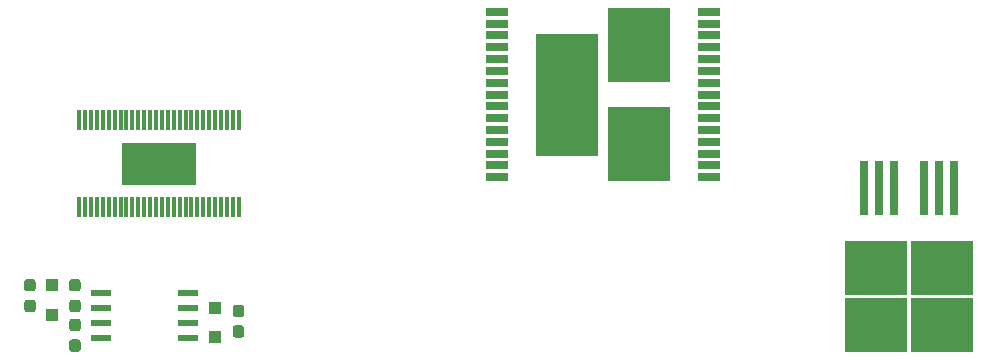
<source format=gbr>
G04 #@! TF.GenerationSoftware,KiCad,Pcbnew,(5.1.2)-1*
G04 #@! TF.CreationDate,2019-07-26T16:38:25-05:00*
G04 #@! TF.ProjectId,Austin_Christman_BIZ_Card,41757374-696e-45f4-9368-726973746d61,rev?*
G04 #@! TF.SameCoordinates,Original*
G04 #@! TF.FileFunction,Paste,Top*
G04 #@! TF.FilePolarity,Positive*
%FSLAX46Y46*%
G04 Gerber Fmt 4.6, Leading zero omitted, Abs format (unit mm)*
G04 Created by KiCad (PCBNEW (5.1.2)-1) date 2019-07-26 16:38:25*
%MOMM*%
%LPD*%
G04 APERTURE LIST*
%ADD10R,5.257800X6.223000*%
%ADD11R,5.257800X10.312400*%
%ADD12R,1.854200X0.635000*%
%ADD13R,6.350000X3.610000*%
%ADD14R,0.304800X1.676400*%
%ADD15R,0.800000X4.600000*%
%ADD16R,5.250000X4.550000*%
%ADD17R,1.000000X1.000000*%
%ADD18C,0.100000*%
%ADD19C,0.950000*%
%ADD20R,1.750000X0.550000*%
G04 APERTURE END LIST*
D10*
X160274000Y-104749600D03*
D11*
X154178000Y-100584000D03*
D10*
X160274000Y-96418400D03*
D12*
X166230300Y-93583999D03*
X166230300Y-94583999D03*
X166230300Y-95584000D03*
X166230300Y-96584000D03*
X166230300Y-97584001D03*
X166230300Y-98583999D03*
X166230300Y-99583999D03*
X166230300Y-100584000D03*
X166230300Y-101584001D03*
X166230300Y-102584001D03*
X166230300Y-103583999D03*
X166230300Y-104584000D03*
X166230300Y-105584000D03*
X166230300Y-106584001D03*
X166230300Y-107583999D03*
X148221700Y-107584001D03*
X148221700Y-106584001D03*
X148221700Y-105584000D03*
X148221700Y-104584000D03*
X148221700Y-103583999D03*
X148221700Y-102584001D03*
X148221700Y-101584001D03*
X148221700Y-100584000D03*
X148221700Y-99583999D03*
X148221700Y-98583999D03*
X148221700Y-97584001D03*
X148221700Y-96584000D03*
X148221700Y-95584000D03*
X148221700Y-94583999D03*
X148221700Y-93584001D03*
D13*
X119634000Y-106426000D03*
D14*
X112884014Y-102755700D03*
X113384012Y-102755700D03*
X113884012Y-102755700D03*
X114384010Y-102755700D03*
X114884010Y-102755700D03*
X115384009Y-102755700D03*
X115884008Y-102755700D03*
X116384006Y-102755700D03*
X116884006Y-102755700D03*
X117384004Y-102755700D03*
X117884004Y-102755700D03*
X118384003Y-102755700D03*
X118884002Y-102755700D03*
X119384000Y-102755700D03*
X119884000Y-102755700D03*
X120383998Y-102755700D03*
X120883997Y-102755700D03*
X121383996Y-102755700D03*
X121883996Y-102755700D03*
X122383994Y-102755700D03*
X122883994Y-102755700D03*
X123383992Y-102755700D03*
X123883991Y-102755700D03*
X124383990Y-102755700D03*
X124883990Y-102755700D03*
X125383988Y-102755700D03*
X125883988Y-102755700D03*
X126383986Y-102755700D03*
X126383986Y-110096300D03*
X125883988Y-110096300D03*
X125383988Y-110096300D03*
X124883990Y-110096300D03*
X124383990Y-110096300D03*
X123883991Y-110096300D03*
X123383992Y-110096300D03*
X122883994Y-110096300D03*
X122383994Y-110096300D03*
X121883996Y-110096300D03*
X121383996Y-110096300D03*
X120883997Y-110096300D03*
X120383998Y-110096300D03*
X119884000Y-110096300D03*
X119384000Y-110096300D03*
X118884002Y-110096300D03*
X118384003Y-110096300D03*
X117884004Y-110096300D03*
X117384004Y-110096300D03*
X116884006Y-110096300D03*
X116384006Y-110096300D03*
X115884008Y-110096300D03*
X115384009Y-110096300D03*
X114884010Y-110096300D03*
X114384010Y-110096300D03*
X113884012Y-110096300D03*
X113384012Y-110096300D03*
X112884014Y-110096300D03*
D15*
X186944000Y-108525000D03*
X185674000Y-108525000D03*
X184404000Y-108525000D03*
X181864000Y-108525000D03*
X180594000Y-108525000D03*
X179324000Y-108525000D03*
D16*
X180359000Y-120100000D03*
X185909000Y-115250000D03*
X185909000Y-120100000D03*
X180359000Y-115250000D03*
D17*
X110617000Y-116713000D03*
X110617000Y-119213000D03*
X124396500Y-118618000D03*
X124396500Y-121118000D03*
D18*
G36*
X108972779Y-116203144D02*
G01*
X108995834Y-116206563D01*
X109018443Y-116212227D01*
X109040387Y-116220079D01*
X109061457Y-116230044D01*
X109081448Y-116242026D01*
X109100168Y-116255910D01*
X109117438Y-116271562D01*
X109133090Y-116288832D01*
X109146974Y-116307552D01*
X109158956Y-116327543D01*
X109168921Y-116348613D01*
X109176773Y-116370557D01*
X109182437Y-116393166D01*
X109185856Y-116416221D01*
X109187000Y-116439500D01*
X109187000Y-117014500D01*
X109185856Y-117037779D01*
X109182437Y-117060834D01*
X109176773Y-117083443D01*
X109168921Y-117105387D01*
X109158956Y-117126457D01*
X109146974Y-117146448D01*
X109133090Y-117165168D01*
X109117438Y-117182438D01*
X109100168Y-117198090D01*
X109081448Y-117211974D01*
X109061457Y-117223956D01*
X109040387Y-117233921D01*
X109018443Y-117241773D01*
X108995834Y-117247437D01*
X108972779Y-117250856D01*
X108949500Y-117252000D01*
X108474500Y-117252000D01*
X108451221Y-117250856D01*
X108428166Y-117247437D01*
X108405557Y-117241773D01*
X108383613Y-117233921D01*
X108362543Y-117223956D01*
X108342552Y-117211974D01*
X108323832Y-117198090D01*
X108306562Y-117182438D01*
X108290910Y-117165168D01*
X108277026Y-117146448D01*
X108265044Y-117126457D01*
X108255079Y-117105387D01*
X108247227Y-117083443D01*
X108241563Y-117060834D01*
X108238144Y-117037779D01*
X108237000Y-117014500D01*
X108237000Y-116439500D01*
X108238144Y-116416221D01*
X108241563Y-116393166D01*
X108247227Y-116370557D01*
X108255079Y-116348613D01*
X108265044Y-116327543D01*
X108277026Y-116307552D01*
X108290910Y-116288832D01*
X108306562Y-116271562D01*
X108323832Y-116255910D01*
X108342552Y-116242026D01*
X108362543Y-116230044D01*
X108383613Y-116220079D01*
X108405557Y-116212227D01*
X108428166Y-116206563D01*
X108451221Y-116203144D01*
X108474500Y-116202000D01*
X108949500Y-116202000D01*
X108972779Y-116203144D01*
X108972779Y-116203144D01*
G37*
D19*
X108712000Y-116727000D03*
D18*
G36*
X108972779Y-117953144D02*
G01*
X108995834Y-117956563D01*
X109018443Y-117962227D01*
X109040387Y-117970079D01*
X109061457Y-117980044D01*
X109081448Y-117992026D01*
X109100168Y-118005910D01*
X109117438Y-118021562D01*
X109133090Y-118038832D01*
X109146974Y-118057552D01*
X109158956Y-118077543D01*
X109168921Y-118098613D01*
X109176773Y-118120557D01*
X109182437Y-118143166D01*
X109185856Y-118166221D01*
X109187000Y-118189500D01*
X109187000Y-118764500D01*
X109185856Y-118787779D01*
X109182437Y-118810834D01*
X109176773Y-118833443D01*
X109168921Y-118855387D01*
X109158956Y-118876457D01*
X109146974Y-118896448D01*
X109133090Y-118915168D01*
X109117438Y-118932438D01*
X109100168Y-118948090D01*
X109081448Y-118961974D01*
X109061457Y-118973956D01*
X109040387Y-118983921D01*
X109018443Y-118991773D01*
X108995834Y-118997437D01*
X108972779Y-119000856D01*
X108949500Y-119002000D01*
X108474500Y-119002000D01*
X108451221Y-119000856D01*
X108428166Y-118997437D01*
X108405557Y-118991773D01*
X108383613Y-118983921D01*
X108362543Y-118973956D01*
X108342552Y-118961974D01*
X108323832Y-118948090D01*
X108306562Y-118932438D01*
X108290910Y-118915168D01*
X108277026Y-118896448D01*
X108265044Y-118876457D01*
X108255079Y-118855387D01*
X108247227Y-118833443D01*
X108241563Y-118810834D01*
X108238144Y-118787779D01*
X108237000Y-118764500D01*
X108237000Y-118189500D01*
X108238144Y-118166221D01*
X108241563Y-118143166D01*
X108247227Y-118120557D01*
X108255079Y-118098613D01*
X108265044Y-118077543D01*
X108277026Y-118057552D01*
X108290910Y-118038832D01*
X108306562Y-118021562D01*
X108323832Y-118005910D01*
X108342552Y-117992026D01*
X108362543Y-117980044D01*
X108383613Y-117970079D01*
X108405557Y-117962227D01*
X108428166Y-117956563D01*
X108451221Y-117953144D01*
X108474500Y-117952000D01*
X108949500Y-117952000D01*
X108972779Y-117953144D01*
X108972779Y-117953144D01*
G37*
D19*
X108712000Y-118477000D03*
D18*
G36*
X112782779Y-116203144D02*
G01*
X112805834Y-116206563D01*
X112828443Y-116212227D01*
X112850387Y-116220079D01*
X112871457Y-116230044D01*
X112891448Y-116242026D01*
X112910168Y-116255910D01*
X112927438Y-116271562D01*
X112943090Y-116288832D01*
X112956974Y-116307552D01*
X112968956Y-116327543D01*
X112978921Y-116348613D01*
X112986773Y-116370557D01*
X112992437Y-116393166D01*
X112995856Y-116416221D01*
X112997000Y-116439500D01*
X112997000Y-117014500D01*
X112995856Y-117037779D01*
X112992437Y-117060834D01*
X112986773Y-117083443D01*
X112978921Y-117105387D01*
X112968956Y-117126457D01*
X112956974Y-117146448D01*
X112943090Y-117165168D01*
X112927438Y-117182438D01*
X112910168Y-117198090D01*
X112891448Y-117211974D01*
X112871457Y-117223956D01*
X112850387Y-117233921D01*
X112828443Y-117241773D01*
X112805834Y-117247437D01*
X112782779Y-117250856D01*
X112759500Y-117252000D01*
X112284500Y-117252000D01*
X112261221Y-117250856D01*
X112238166Y-117247437D01*
X112215557Y-117241773D01*
X112193613Y-117233921D01*
X112172543Y-117223956D01*
X112152552Y-117211974D01*
X112133832Y-117198090D01*
X112116562Y-117182438D01*
X112100910Y-117165168D01*
X112087026Y-117146448D01*
X112075044Y-117126457D01*
X112065079Y-117105387D01*
X112057227Y-117083443D01*
X112051563Y-117060834D01*
X112048144Y-117037779D01*
X112047000Y-117014500D01*
X112047000Y-116439500D01*
X112048144Y-116416221D01*
X112051563Y-116393166D01*
X112057227Y-116370557D01*
X112065079Y-116348613D01*
X112075044Y-116327543D01*
X112087026Y-116307552D01*
X112100910Y-116288832D01*
X112116562Y-116271562D01*
X112133832Y-116255910D01*
X112152552Y-116242026D01*
X112172543Y-116230044D01*
X112193613Y-116220079D01*
X112215557Y-116212227D01*
X112238166Y-116206563D01*
X112261221Y-116203144D01*
X112284500Y-116202000D01*
X112759500Y-116202000D01*
X112782779Y-116203144D01*
X112782779Y-116203144D01*
G37*
D19*
X112522000Y-116727000D03*
D18*
G36*
X112782779Y-117953144D02*
G01*
X112805834Y-117956563D01*
X112828443Y-117962227D01*
X112850387Y-117970079D01*
X112871457Y-117980044D01*
X112891448Y-117992026D01*
X112910168Y-118005910D01*
X112927438Y-118021562D01*
X112943090Y-118038832D01*
X112956974Y-118057552D01*
X112968956Y-118077543D01*
X112978921Y-118098613D01*
X112986773Y-118120557D01*
X112992437Y-118143166D01*
X112995856Y-118166221D01*
X112997000Y-118189500D01*
X112997000Y-118764500D01*
X112995856Y-118787779D01*
X112992437Y-118810834D01*
X112986773Y-118833443D01*
X112978921Y-118855387D01*
X112968956Y-118876457D01*
X112956974Y-118896448D01*
X112943090Y-118915168D01*
X112927438Y-118932438D01*
X112910168Y-118948090D01*
X112891448Y-118961974D01*
X112871457Y-118973956D01*
X112850387Y-118983921D01*
X112828443Y-118991773D01*
X112805834Y-118997437D01*
X112782779Y-119000856D01*
X112759500Y-119002000D01*
X112284500Y-119002000D01*
X112261221Y-119000856D01*
X112238166Y-118997437D01*
X112215557Y-118991773D01*
X112193613Y-118983921D01*
X112172543Y-118973956D01*
X112152552Y-118961974D01*
X112133832Y-118948090D01*
X112116562Y-118932438D01*
X112100910Y-118915168D01*
X112087026Y-118896448D01*
X112075044Y-118876457D01*
X112065079Y-118855387D01*
X112057227Y-118833443D01*
X112051563Y-118810834D01*
X112048144Y-118787779D01*
X112047000Y-118764500D01*
X112047000Y-118189500D01*
X112048144Y-118166221D01*
X112051563Y-118143166D01*
X112057227Y-118120557D01*
X112065079Y-118098613D01*
X112075044Y-118077543D01*
X112087026Y-118057552D01*
X112100910Y-118038832D01*
X112116562Y-118021562D01*
X112133832Y-118005910D01*
X112152552Y-117992026D01*
X112172543Y-117980044D01*
X112193613Y-117970079D01*
X112215557Y-117962227D01*
X112238166Y-117956563D01*
X112261221Y-117953144D01*
X112284500Y-117952000D01*
X112759500Y-117952000D01*
X112782779Y-117953144D01*
X112782779Y-117953144D01*
G37*
D19*
X112522000Y-118477000D03*
D18*
G36*
X126625779Y-118376144D02*
G01*
X126648834Y-118379563D01*
X126671443Y-118385227D01*
X126693387Y-118393079D01*
X126714457Y-118403044D01*
X126734448Y-118415026D01*
X126753168Y-118428910D01*
X126770438Y-118444562D01*
X126786090Y-118461832D01*
X126799974Y-118480552D01*
X126811956Y-118500543D01*
X126821921Y-118521613D01*
X126829773Y-118543557D01*
X126835437Y-118566166D01*
X126838856Y-118589221D01*
X126840000Y-118612500D01*
X126840000Y-119187500D01*
X126838856Y-119210779D01*
X126835437Y-119233834D01*
X126829773Y-119256443D01*
X126821921Y-119278387D01*
X126811956Y-119299457D01*
X126799974Y-119319448D01*
X126786090Y-119338168D01*
X126770438Y-119355438D01*
X126753168Y-119371090D01*
X126734448Y-119384974D01*
X126714457Y-119396956D01*
X126693387Y-119406921D01*
X126671443Y-119414773D01*
X126648834Y-119420437D01*
X126625779Y-119423856D01*
X126602500Y-119425000D01*
X126127500Y-119425000D01*
X126104221Y-119423856D01*
X126081166Y-119420437D01*
X126058557Y-119414773D01*
X126036613Y-119406921D01*
X126015543Y-119396956D01*
X125995552Y-119384974D01*
X125976832Y-119371090D01*
X125959562Y-119355438D01*
X125943910Y-119338168D01*
X125930026Y-119319448D01*
X125918044Y-119299457D01*
X125908079Y-119278387D01*
X125900227Y-119256443D01*
X125894563Y-119233834D01*
X125891144Y-119210779D01*
X125890000Y-119187500D01*
X125890000Y-118612500D01*
X125891144Y-118589221D01*
X125894563Y-118566166D01*
X125900227Y-118543557D01*
X125908079Y-118521613D01*
X125918044Y-118500543D01*
X125930026Y-118480552D01*
X125943910Y-118461832D01*
X125959562Y-118444562D01*
X125976832Y-118428910D01*
X125995552Y-118415026D01*
X126015543Y-118403044D01*
X126036613Y-118393079D01*
X126058557Y-118385227D01*
X126081166Y-118379563D01*
X126104221Y-118376144D01*
X126127500Y-118375000D01*
X126602500Y-118375000D01*
X126625779Y-118376144D01*
X126625779Y-118376144D01*
G37*
D19*
X126365000Y-118900000D03*
D18*
G36*
X126625779Y-120126144D02*
G01*
X126648834Y-120129563D01*
X126671443Y-120135227D01*
X126693387Y-120143079D01*
X126714457Y-120153044D01*
X126734448Y-120165026D01*
X126753168Y-120178910D01*
X126770438Y-120194562D01*
X126786090Y-120211832D01*
X126799974Y-120230552D01*
X126811956Y-120250543D01*
X126821921Y-120271613D01*
X126829773Y-120293557D01*
X126835437Y-120316166D01*
X126838856Y-120339221D01*
X126840000Y-120362500D01*
X126840000Y-120937500D01*
X126838856Y-120960779D01*
X126835437Y-120983834D01*
X126829773Y-121006443D01*
X126821921Y-121028387D01*
X126811956Y-121049457D01*
X126799974Y-121069448D01*
X126786090Y-121088168D01*
X126770438Y-121105438D01*
X126753168Y-121121090D01*
X126734448Y-121134974D01*
X126714457Y-121146956D01*
X126693387Y-121156921D01*
X126671443Y-121164773D01*
X126648834Y-121170437D01*
X126625779Y-121173856D01*
X126602500Y-121175000D01*
X126127500Y-121175000D01*
X126104221Y-121173856D01*
X126081166Y-121170437D01*
X126058557Y-121164773D01*
X126036613Y-121156921D01*
X126015543Y-121146956D01*
X125995552Y-121134974D01*
X125976832Y-121121090D01*
X125959562Y-121105438D01*
X125943910Y-121088168D01*
X125930026Y-121069448D01*
X125918044Y-121049457D01*
X125908079Y-121028387D01*
X125900227Y-121006443D01*
X125894563Y-120983834D01*
X125891144Y-120960779D01*
X125890000Y-120937500D01*
X125890000Y-120362500D01*
X125891144Y-120339221D01*
X125894563Y-120316166D01*
X125900227Y-120293557D01*
X125908079Y-120271613D01*
X125918044Y-120250543D01*
X125930026Y-120230552D01*
X125943910Y-120211832D01*
X125959562Y-120194562D01*
X125976832Y-120178910D01*
X125995552Y-120165026D01*
X126015543Y-120153044D01*
X126036613Y-120143079D01*
X126058557Y-120135227D01*
X126081166Y-120129563D01*
X126104221Y-120126144D01*
X126127500Y-120125000D01*
X126602500Y-120125000D01*
X126625779Y-120126144D01*
X126625779Y-120126144D01*
G37*
D19*
X126365000Y-120650000D03*
D20*
X122127500Y-121221500D03*
X122127500Y-119951500D03*
X122127500Y-118681500D03*
X122127500Y-117411500D03*
X114727500Y-117411500D03*
X114727500Y-118681500D03*
X114727500Y-119951500D03*
X114727500Y-121221500D03*
D18*
G36*
X112782779Y-119568644D02*
G01*
X112805834Y-119572063D01*
X112828443Y-119577727D01*
X112850387Y-119585579D01*
X112871457Y-119595544D01*
X112891448Y-119607526D01*
X112910168Y-119621410D01*
X112927438Y-119637062D01*
X112943090Y-119654332D01*
X112956974Y-119673052D01*
X112968956Y-119693043D01*
X112978921Y-119714113D01*
X112986773Y-119736057D01*
X112992437Y-119758666D01*
X112995856Y-119781721D01*
X112997000Y-119805000D01*
X112997000Y-120380000D01*
X112995856Y-120403279D01*
X112992437Y-120426334D01*
X112986773Y-120448943D01*
X112978921Y-120470887D01*
X112968956Y-120491957D01*
X112956974Y-120511948D01*
X112943090Y-120530668D01*
X112927438Y-120547938D01*
X112910168Y-120563590D01*
X112891448Y-120577474D01*
X112871457Y-120589456D01*
X112850387Y-120599421D01*
X112828443Y-120607273D01*
X112805834Y-120612937D01*
X112782779Y-120616356D01*
X112759500Y-120617500D01*
X112284500Y-120617500D01*
X112261221Y-120616356D01*
X112238166Y-120612937D01*
X112215557Y-120607273D01*
X112193613Y-120599421D01*
X112172543Y-120589456D01*
X112152552Y-120577474D01*
X112133832Y-120563590D01*
X112116562Y-120547938D01*
X112100910Y-120530668D01*
X112087026Y-120511948D01*
X112075044Y-120491957D01*
X112065079Y-120470887D01*
X112057227Y-120448943D01*
X112051563Y-120426334D01*
X112048144Y-120403279D01*
X112047000Y-120380000D01*
X112047000Y-119805000D01*
X112048144Y-119781721D01*
X112051563Y-119758666D01*
X112057227Y-119736057D01*
X112065079Y-119714113D01*
X112075044Y-119693043D01*
X112087026Y-119673052D01*
X112100910Y-119654332D01*
X112116562Y-119637062D01*
X112133832Y-119621410D01*
X112152552Y-119607526D01*
X112172543Y-119595544D01*
X112193613Y-119585579D01*
X112215557Y-119577727D01*
X112238166Y-119572063D01*
X112261221Y-119568644D01*
X112284500Y-119567500D01*
X112759500Y-119567500D01*
X112782779Y-119568644D01*
X112782779Y-119568644D01*
G37*
D19*
X112522000Y-120092500D03*
D18*
G36*
X112782779Y-121318644D02*
G01*
X112805834Y-121322063D01*
X112828443Y-121327727D01*
X112850387Y-121335579D01*
X112871457Y-121345544D01*
X112891448Y-121357526D01*
X112910168Y-121371410D01*
X112927438Y-121387062D01*
X112943090Y-121404332D01*
X112956974Y-121423052D01*
X112968956Y-121443043D01*
X112978921Y-121464113D01*
X112986773Y-121486057D01*
X112992437Y-121508666D01*
X112995856Y-121531721D01*
X112997000Y-121555000D01*
X112997000Y-122130000D01*
X112995856Y-122153279D01*
X112992437Y-122176334D01*
X112986773Y-122198943D01*
X112978921Y-122220887D01*
X112968956Y-122241957D01*
X112956974Y-122261948D01*
X112943090Y-122280668D01*
X112927438Y-122297938D01*
X112910168Y-122313590D01*
X112891448Y-122327474D01*
X112871457Y-122339456D01*
X112850387Y-122349421D01*
X112828443Y-122357273D01*
X112805834Y-122362937D01*
X112782779Y-122366356D01*
X112759500Y-122367500D01*
X112284500Y-122367500D01*
X112261221Y-122366356D01*
X112238166Y-122362937D01*
X112215557Y-122357273D01*
X112193613Y-122349421D01*
X112172543Y-122339456D01*
X112152552Y-122327474D01*
X112133832Y-122313590D01*
X112116562Y-122297938D01*
X112100910Y-122280668D01*
X112087026Y-122261948D01*
X112075044Y-122241957D01*
X112065079Y-122220887D01*
X112057227Y-122198943D01*
X112051563Y-122176334D01*
X112048144Y-122153279D01*
X112047000Y-122130000D01*
X112047000Y-121555000D01*
X112048144Y-121531721D01*
X112051563Y-121508666D01*
X112057227Y-121486057D01*
X112065079Y-121464113D01*
X112075044Y-121443043D01*
X112087026Y-121423052D01*
X112100910Y-121404332D01*
X112116562Y-121387062D01*
X112133832Y-121371410D01*
X112152552Y-121357526D01*
X112172543Y-121345544D01*
X112193613Y-121335579D01*
X112215557Y-121327727D01*
X112238166Y-121322063D01*
X112261221Y-121318644D01*
X112284500Y-121317500D01*
X112759500Y-121317500D01*
X112782779Y-121318644D01*
X112782779Y-121318644D01*
G37*
D19*
X112522000Y-121842500D03*
M02*

</source>
